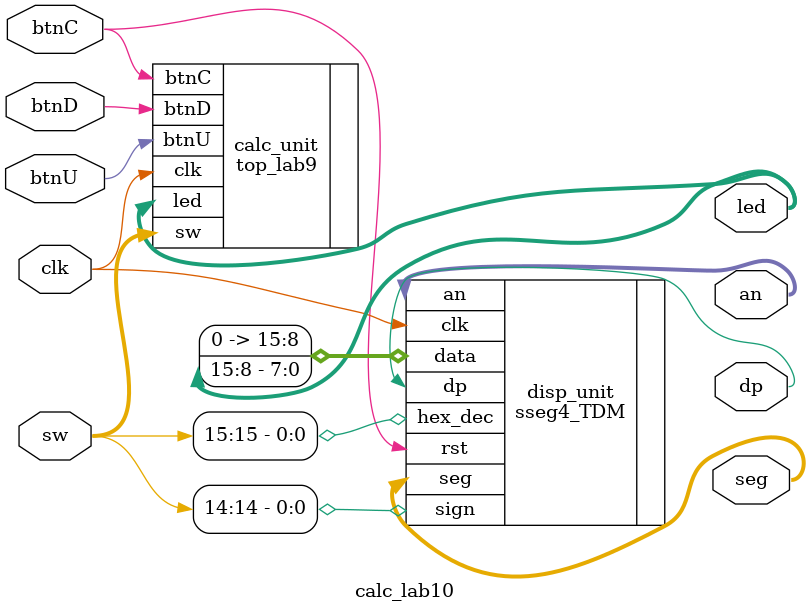
<source format=sv>
`timescale 1ns / 1ps

module calc_lab10(
    input btnU,
    input btnD,
    input [15:0]sw,
    input clk,
    input btnC,
    output [15:0]led,
    output [6:0] seg,
    output dp,
    output [3:0] an);

sseg4_TDM disp_unit(.data({8'b00000000, led[15:8]}), 
                .hex_dec(sw[15]), .sign(sw[14]), .clk(clk), .rst(btnC), 
                .seg(seg), .dp(dp), .an(an));
                              
top_lab9 calc_unit(.btnC(btnC), .btnD(btnD), .btnU(btnU), .clk(clk),
                .sw(sw), .led(led));

endmodule

</source>
